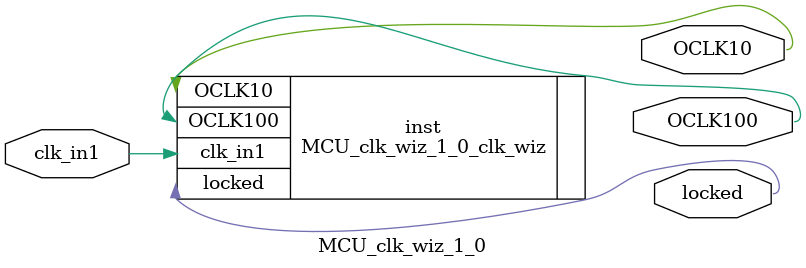
<source format=v>


`timescale 1ps/1ps

(* CORE_GENERATION_INFO = "MCU_clk_wiz_1_0,clk_wiz_v6_0_0_0,{component_name=MCU_clk_wiz_1_0,use_phase_alignment=true,use_min_o_jitter=false,use_max_i_jitter=false,use_dyn_phase_shift=false,use_inclk_switchover=false,use_dyn_reconfig=false,enable_axi=0,feedback_source=FDBK_AUTO,PRIMITIVE=MMCM,num_out_clk=2,clkin1_period=83.333,clkin2_period=10.0,use_power_down=false,use_reset=false,use_locked=true,use_inclk_stopped=false,feedback_type=SINGLE,CLOCK_MGR_TYPE=NA,manual_override=false}" *)

module MCU_clk_wiz_1_0 
 (
  // Clock out ports
  output        OCLK100,
  output        OCLK10,
  // Status and control signals
  output        locked,
 // Clock in ports
  input         clk_in1
 );

  MCU_clk_wiz_1_0_clk_wiz inst
  (
  // Clock out ports  
  .OCLK100(OCLK100),
  .OCLK10(OCLK10),
  // Status and control signals               
  .locked(locked),
 // Clock in ports
  .clk_in1(clk_in1)
  );

endmodule

</source>
